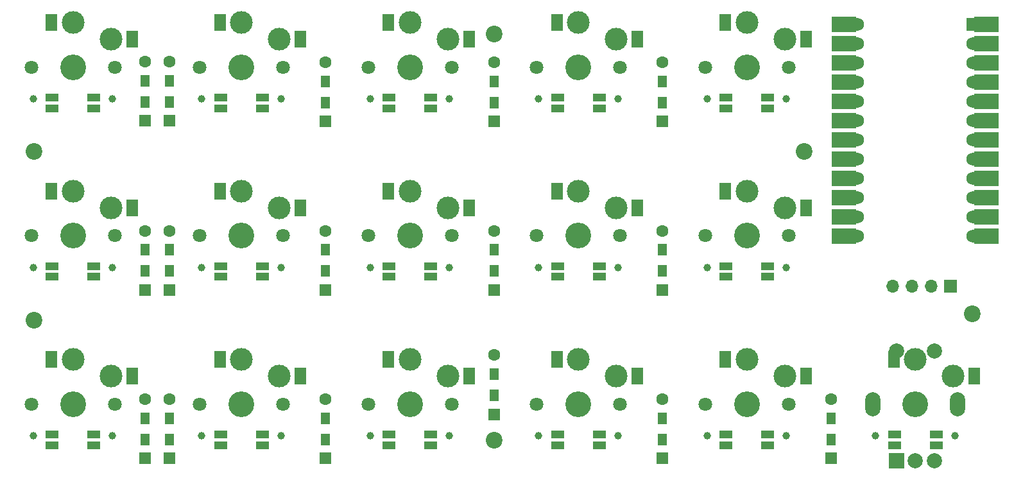
<source format=gbs>
G04 #@! TF.GenerationSoftware,KiCad,Pcbnew,(6.0.1-0)*
G04 #@! TF.CreationDate,2023-03-21T08:23:48-07:00*
G04 #@! TF.ProjectId,pcb,7063622e-6b69-4636-9164-5f7063625858,rev?*
G04 #@! TF.SameCoordinates,Original*
G04 #@! TF.FileFunction,Soldermask,Bot*
G04 #@! TF.FilePolarity,Negative*
%FSLAX46Y46*%
G04 Gerber Fmt 4.6, Leading zero omitted, Abs format (unit mm)*
G04 Created by KiCad (PCBNEW (6.0.1-0)) date 2023-03-21 08:23:48*
%MOMM*%
%LPD*%
G01*
G04 APERTURE LIST*
%ADD10C,1.800000*%
%ADD11C,1.000000*%
%ADD12C,3.000000*%
%ADD13C,3.400000*%
%ADD14R,1.700000X1.000000*%
%ADD15R,1.600000X2.200000*%
%ADD16R,1.200000X1.600000*%
%ADD17R,1.600000X1.600000*%
%ADD18C,1.600000*%
%ADD19C,2.200000*%
%ADD20O,2.000000X3.200000*%
%ADD21R,2.000000X2.000000*%
%ADD22C,2.000000*%
%ADD23R,1.700000X1.700000*%
%ADD24O,1.700000X1.700000*%
%ADD25R,1.752600X1.752600*%
%ADD26R,3.250000X2.000000*%
%ADD27C,1.752600*%
G04 APERTURE END LIST*
D10*
X142137500Y-86518750D03*
X153137500Y-86518750D03*
D11*
X142417500Y-90718750D03*
D12*
X152637500Y-82818750D03*
X147637500Y-80618750D03*
D11*
X152857500Y-90718750D03*
D13*
X147637500Y-86518750D03*
D14*
X150387500Y-91917750D03*
X150387500Y-90517750D03*
X144887500Y-90517750D03*
X144887500Y-91917750D03*
D15*
X144837500Y-80618750D03*
X155437500Y-82818750D03*
D10*
X142137500Y-108743750D03*
X153137500Y-108743750D03*
D11*
X142417500Y-112943750D03*
D12*
X152637500Y-105043750D03*
X147637500Y-102843750D03*
D11*
X152857500Y-112943750D03*
D13*
X147637500Y-108743750D03*
D14*
X150387500Y-114142750D03*
X150387500Y-112742750D03*
X144887500Y-112742750D03*
X144887500Y-114142750D03*
D15*
X144837500Y-102843750D03*
X155437500Y-105043750D03*
D10*
X75462500Y-86518750D03*
X86462500Y-86518750D03*
D11*
X75742500Y-90718750D03*
D12*
X85962500Y-82818750D03*
X80962500Y-80618750D03*
D11*
X86182500Y-90718750D03*
D13*
X80962500Y-86518750D03*
D14*
X83712500Y-91917750D03*
X83712500Y-90517750D03*
X78212500Y-90517750D03*
X78212500Y-91917750D03*
D15*
X78162500Y-80618750D03*
X88762500Y-82818750D03*
D10*
X97687500Y-108743750D03*
X108687500Y-108743750D03*
D11*
X97967500Y-112943750D03*
D12*
X108187500Y-105043750D03*
X103187500Y-102843750D03*
D11*
X108407500Y-112943750D03*
D13*
X103187500Y-108743750D03*
D14*
X105937500Y-114142750D03*
X105937500Y-112742750D03*
X100437500Y-112742750D03*
X100437500Y-114142750D03*
D15*
X100387500Y-102843750D03*
X110987500Y-105043750D03*
D10*
X75462500Y-64293750D03*
X86462500Y-64293750D03*
D11*
X75742500Y-68493750D03*
D12*
X85962500Y-60593750D03*
X80962500Y-58393750D03*
D11*
X86182500Y-68493750D03*
D13*
X80962500Y-64293750D03*
D14*
X83712500Y-69692750D03*
X83712500Y-68292750D03*
X78212500Y-68292750D03*
X78212500Y-69692750D03*
D15*
X78162500Y-58393750D03*
X88762500Y-60593750D03*
D10*
X75462500Y-108743750D03*
X86462500Y-108743750D03*
D11*
X75742500Y-112943750D03*
D12*
X85962500Y-105043750D03*
X80962500Y-102843750D03*
D11*
X86182500Y-112943750D03*
D13*
X80962500Y-108743750D03*
D14*
X83712500Y-114142750D03*
X83712500Y-112742750D03*
X78212500Y-112742750D03*
X78212500Y-114142750D03*
D15*
X78162500Y-102843750D03*
X88762500Y-105043750D03*
D10*
X119912500Y-64293750D03*
X130912500Y-64293750D03*
D11*
X120192500Y-68493750D03*
D12*
X130412500Y-60593750D03*
X125412500Y-58393750D03*
D11*
X130632500Y-68493750D03*
D13*
X125412500Y-64293750D03*
D14*
X128162500Y-69692750D03*
X128162500Y-68292750D03*
X122662500Y-68292750D03*
X122662500Y-69692750D03*
D15*
X122612500Y-58393750D03*
X133212500Y-60593750D03*
D10*
X164362500Y-64293750D03*
X175362500Y-64293750D03*
D11*
X164642500Y-68493750D03*
D12*
X174862500Y-60593750D03*
X169862500Y-58393750D03*
D11*
X175082500Y-68493750D03*
D13*
X169862500Y-64293750D03*
D14*
X172612500Y-69692750D03*
X172612500Y-68292750D03*
X167112500Y-68292750D03*
X167112500Y-69692750D03*
D15*
X167062500Y-58393750D03*
X177662500Y-60593750D03*
D10*
X119912500Y-108743750D03*
X130912500Y-108743750D03*
D11*
X120192500Y-112943750D03*
D12*
X130412500Y-105043750D03*
X125412500Y-102843750D03*
D11*
X130632500Y-112943750D03*
D13*
X125412500Y-108743750D03*
D14*
X128162500Y-114142750D03*
X128162500Y-112742750D03*
X122662500Y-112742750D03*
X122662500Y-114142750D03*
D15*
X122612500Y-102843750D03*
X133212500Y-105043750D03*
D10*
X164362500Y-108743750D03*
X175362500Y-108743750D03*
D11*
X164642500Y-112943750D03*
D12*
X174862500Y-105043750D03*
X169862500Y-102843750D03*
D11*
X175082500Y-112943750D03*
D13*
X169862500Y-108743750D03*
D14*
X172612500Y-114142750D03*
X172612500Y-112742750D03*
X167112500Y-112742750D03*
X167112500Y-114142750D03*
D15*
X167062500Y-102843750D03*
X177662500Y-105043750D03*
D10*
X97687500Y-86518750D03*
X108687500Y-86518750D03*
D11*
X97967500Y-90718750D03*
D12*
X108187500Y-82818750D03*
X103187500Y-80618750D03*
D11*
X108407500Y-90718750D03*
D13*
X103187500Y-86518750D03*
D14*
X105937500Y-91917750D03*
X105937500Y-90517750D03*
X100437500Y-90517750D03*
X100437500Y-91917750D03*
D15*
X100387500Y-80618750D03*
X110987500Y-82818750D03*
D10*
X142137500Y-64293750D03*
X153137500Y-64293750D03*
D11*
X142417500Y-68493750D03*
D12*
X152637500Y-60593750D03*
X147637500Y-58393750D03*
D11*
X152857500Y-68493750D03*
D13*
X147637500Y-64293750D03*
D14*
X150387500Y-69692750D03*
X150387500Y-68292750D03*
X144887500Y-68292750D03*
X144887500Y-69692750D03*
D15*
X144837500Y-58393750D03*
X155437500Y-60593750D03*
D10*
X186587500Y-108743750D03*
X197587500Y-108743750D03*
D11*
X186867500Y-112943750D03*
D12*
X197087500Y-105043750D03*
X192087500Y-102843750D03*
D11*
X197307500Y-112943750D03*
D13*
X192087500Y-108743750D03*
D14*
X194837500Y-114142750D03*
X194837500Y-112742750D03*
X189337500Y-112742750D03*
X189337500Y-114142750D03*
D15*
X189287500Y-102843750D03*
X199887500Y-105043750D03*
D10*
X97687500Y-64293750D03*
X108687500Y-64293750D03*
D11*
X97967500Y-68493750D03*
D12*
X108187500Y-60593750D03*
X103187500Y-58393750D03*
D11*
X108407500Y-68493750D03*
D13*
X103187500Y-64293750D03*
D14*
X105937500Y-69692750D03*
X105937500Y-68292750D03*
X100437500Y-68292750D03*
X100437500Y-69692750D03*
D15*
X100387500Y-58393750D03*
X110987500Y-60593750D03*
D10*
X119912500Y-86518750D03*
X130912500Y-86518750D03*
D11*
X120192500Y-90718750D03*
D12*
X130412500Y-82818750D03*
X125412500Y-80618750D03*
D11*
X130632500Y-90718750D03*
D13*
X125412500Y-86518750D03*
D14*
X128162500Y-91917750D03*
X128162500Y-90517750D03*
X122662500Y-90517750D03*
X122662500Y-91917750D03*
D15*
X122612500Y-80618750D03*
X133212500Y-82818750D03*
D10*
X164362500Y-86518750D03*
X175362500Y-86518750D03*
D11*
X164642500Y-90718750D03*
D12*
X174862500Y-82818750D03*
X169862500Y-80618750D03*
D11*
X175082500Y-90718750D03*
D13*
X169862500Y-86518750D03*
D14*
X172612500Y-91917750D03*
X172612500Y-90517750D03*
X167112500Y-90517750D03*
X167112500Y-91917750D03*
D15*
X167062500Y-80618750D03*
X177662500Y-82818750D03*
D16*
X158750000Y-68937500D03*
D17*
X158750000Y-71437500D03*
D16*
X158750000Y-66137500D03*
D18*
X158750000Y-63637500D03*
D17*
X93662500Y-71368750D03*
D16*
X93662500Y-68868750D03*
X93662500Y-66068750D03*
D18*
X93662500Y-63568750D03*
D16*
X93662500Y-113387500D03*
D17*
X93662500Y-115887500D03*
D18*
X93662500Y-108087500D03*
D16*
X93662500Y-110587500D03*
D19*
X75803125Y-97631250D03*
X177403125Y-75406250D03*
D17*
X114300000Y-115887500D03*
D16*
X114300000Y-113387500D03*
D18*
X114300000Y-108087500D03*
D16*
X114300000Y-110587500D03*
D17*
X114300000Y-71437500D03*
D16*
X114300000Y-68937500D03*
X114300000Y-66137500D03*
D18*
X114300000Y-63637500D03*
D16*
X114300000Y-91162500D03*
D17*
X114300000Y-93662500D03*
D18*
X114300000Y-85862500D03*
D16*
X114300000Y-88362500D03*
D20*
X186487500Y-108743750D03*
X197687500Y-108743750D03*
D21*
X189587500Y-116243750D03*
D22*
X194587500Y-116243750D03*
X192087500Y-116243750D03*
X194587500Y-101743750D03*
X189587500Y-101743750D03*
D17*
X136525000Y-71437500D03*
D16*
X136525000Y-68937500D03*
X136525000Y-66137500D03*
D18*
X136525000Y-63637500D03*
D17*
X93662500Y-93662500D03*
D16*
X93662500Y-91162500D03*
D18*
X93662500Y-85862500D03*
D16*
X93662500Y-88362500D03*
D23*
X196757500Y-93160750D03*
D24*
X194217500Y-93160750D03*
X191677500Y-93160750D03*
X189137500Y-93160750D03*
D19*
X199628125Y-96837500D03*
D16*
X136525000Y-107575000D03*
D17*
X136525000Y-110075000D03*
D18*
X136525000Y-102275000D03*
D16*
X136525000Y-104775000D03*
D19*
X136525000Y-113506250D03*
D17*
X158750000Y-115887500D03*
D16*
X158750000Y-113387500D03*
X158750000Y-110587500D03*
D18*
X158750000Y-108087500D03*
D16*
X90487500Y-91162500D03*
D17*
X90487500Y-93662500D03*
D18*
X90487500Y-85862500D03*
D16*
X90487500Y-88362500D03*
D19*
X136525000Y-59928125D03*
X75803125Y-75406250D03*
D17*
X158750000Y-93662500D03*
D16*
X158750000Y-91162500D03*
D18*
X158750000Y-85862500D03*
D16*
X158750000Y-88362500D03*
D17*
X90487500Y-115887500D03*
D16*
X90487500Y-113387500D03*
X90487500Y-110587500D03*
D18*
X90487500Y-108087500D03*
D17*
X180975000Y-115887500D03*
D16*
X180975000Y-113387500D03*
D18*
X180975000Y-108087500D03*
D16*
X180975000Y-110587500D03*
X90487500Y-68868750D03*
D17*
X90487500Y-71368750D03*
D18*
X90487500Y-63568750D03*
D16*
X90487500Y-66068750D03*
X136525000Y-91162500D03*
D17*
X136525000Y-93662500D03*
D18*
X136525000Y-85862500D03*
D16*
X136525000Y-88362500D03*
D25*
X199707500Y-58660500D03*
D26*
X201485500Y-58660500D03*
X201485500Y-61200500D03*
D27*
X199707500Y-61200500D03*
X199707500Y-63740500D03*
D26*
X201485500Y-63740500D03*
X201485500Y-66280500D03*
D27*
X199707500Y-66280500D03*
X199707500Y-68820500D03*
D26*
X201485500Y-68820500D03*
D27*
X199707500Y-71360500D03*
D26*
X201485500Y-71360500D03*
X201485500Y-73900500D03*
D27*
X199707500Y-73900500D03*
X199707500Y-76440500D03*
D26*
X201485500Y-76440500D03*
D27*
X199707500Y-78980500D03*
D26*
X201485500Y-78980500D03*
X201485500Y-81520500D03*
D27*
X199707500Y-81520500D03*
X199707500Y-84060500D03*
D26*
X201485500Y-84060500D03*
D27*
X199707500Y-86600500D03*
D26*
X201485500Y-86600500D03*
X182689500Y-86600500D03*
D27*
X184467500Y-86600500D03*
X184467500Y-84060500D03*
D26*
X182689500Y-84060500D03*
D27*
X184467500Y-81520500D03*
D26*
X182689500Y-81520500D03*
X182689500Y-78980500D03*
D27*
X184467500Y-78980500D03*
X184467500Y-76440500D03*
D26*
X182689500Y-76440500D03*
D27*
X184467500Y-73900500D03*
D26*
X182689500Y-73900500D03*
D27*
X184467500Y-71360500D03*
D26*
X182689500Y-71360500D03*
X182689500Y-68820500D03*
D27*
X184467500Y-68820500D03*
X184467500Y-66280500D03*
D26*
X182689500Y-66280500D03*
D27*
X184467500Y-63740500D03*
D26*
X182689500Y-63740500D03*
D27*
X184467500Y-61200500D03*
D26*
X182689500Y-61200500D03*
D27*
X184467500Y-58660500D03*
D26*
X182689500Y-58660500D03*
M02*

</source>
